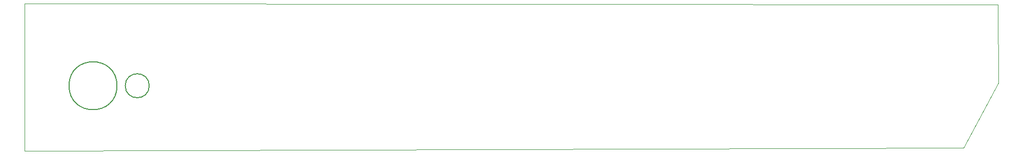
<source format=gbr>
%TF.GenerationSoftware,KiCad,Pcbnew,(5.1.6)-1*%
%TF.CreationDate,2021-08-25T12:57:47+10:00*%
%TF.ProjectId,HUD VID RCD Panel PCB V2,48554420-5649-4442-9052-43442050616e,rev?*%
%TF.SameCoordinates,Original*%
%TF.FileFunction,Profile,NP*%
%FSLAX46Y46*%
G04 Gerber Fmt 4.6, Leading zero omitted, Abs format (unit mm)*
G04 Created by KiCad (PCBNEW (5.1.6)-1) date 2021-08-25 12:57:47*
%MOMM*%
%LPD*%
G01*
G04 APERTURE LIST*
%TA.AperFunction,Profile*%
%ADD10C,0.050000*%
%TD*%
%TA.AperFunction,Profile*%
%ADD11C,0.200000*%
%TD*%
G04 APERTURE END LIST*
D10*
X56642000Y-67564000D02*
X217474800Y-67767200D01*
X56591200Y-91998800D02*
X56642000Y-67564000D01*
X211836000Y-91440000D02*
X56591200Y-91998800D01*
X217576400Y-80670400D02*
X211836000Y-91440000D01*
X217474800Y-67767200D02*
X217576400Y-80670400D01*
D11*
X71880007Y-81172048D02*
G75*
G03*
X71880007Y-81172048I-3968750J0D01*
G01*
X77206414Y-81172048D02*
G75*
G03*
X77206414Y-81172048I-1984375J0D01*
G01*
M02*

</source>
